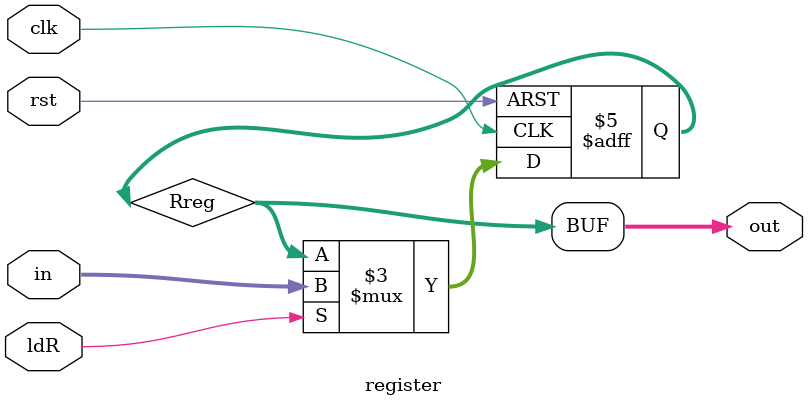
<source format=v>
`timescale 1ns/1ns

module register #( parameter size = 32) (
    input [size-1:0] in,
    input ldR,
    input clk,
    input rst,
    output [size-1:0] out
);

    reg [size-1:0] Rreg;
    assign out = Rreg;

    always @ (posedge clk, posedge rst) begin: RREG
        if(rst)
            Rreg = {(size){1'b0}};
        else if(ldR)
            Rreg = in;
    end

endmodule

</source>
